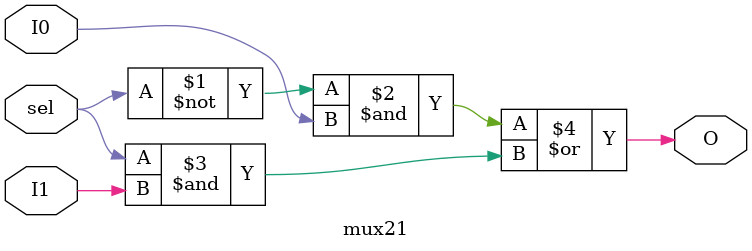
<source format=v>
module mux21(sel, I1, I0, O);

input sel, I1, I0;
output O;

assign O = (~sel & I0 | sel & I1);

endmodule

</source>
